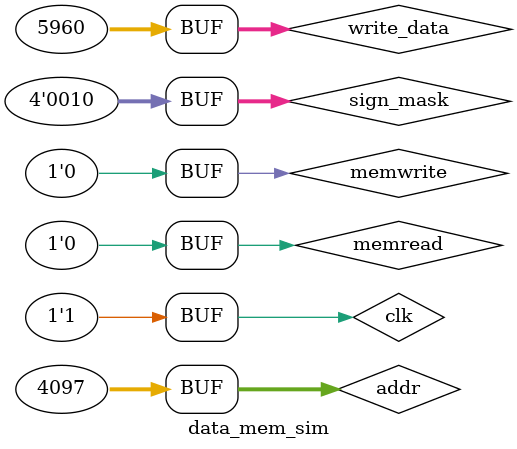
<source format=v>
module data_mem_sim;
    reg 			clk;
	reg[31:0]		addr;
	reg[31:0]		write_data;
	reg 			memwrite;
	reg 			memread;
	reg[3:0]		sign_mask;
	wire[31:0]	read_data;
	wire[7:0]		led;
	wire		clk_stall;
    data_mem data_mem_inst(
        .clk(clk),
        .addr(addr),
        .write_data(write_data),
        .memwrite(memwrite),
        .memread(memread),
        .sign_mask(sign_mask),
        .read_data(read_data),
        .led(led),
        .clk_stall(clk_stall)
    );
    initial begin
        clk=0; addr=32'h1001;write_data=32'h1748;memwrite=1'b0;memread=1'b0;sign_mask=4'b0010;
        #1 clk=1;
        memread=1;
        #1 clk=0;
        memread=0;
        
        #1 clk=1;
        
        #1 clk=0;
        
        #1 clk=1;
        
        #1 clk=0;
        
        #1 clk=1;
        
        #1 clk=0;
        
        #1 clk=1;
        
        #1 clk=0;
        
        #1 clk=1;
        
        #1 clk=0;
        
        #1 clk=1;
        

    end
    initial begin
        $dumpfile("data_mem_sim.vcd");
        $dumpvars;
    end
endmodule
</source>
